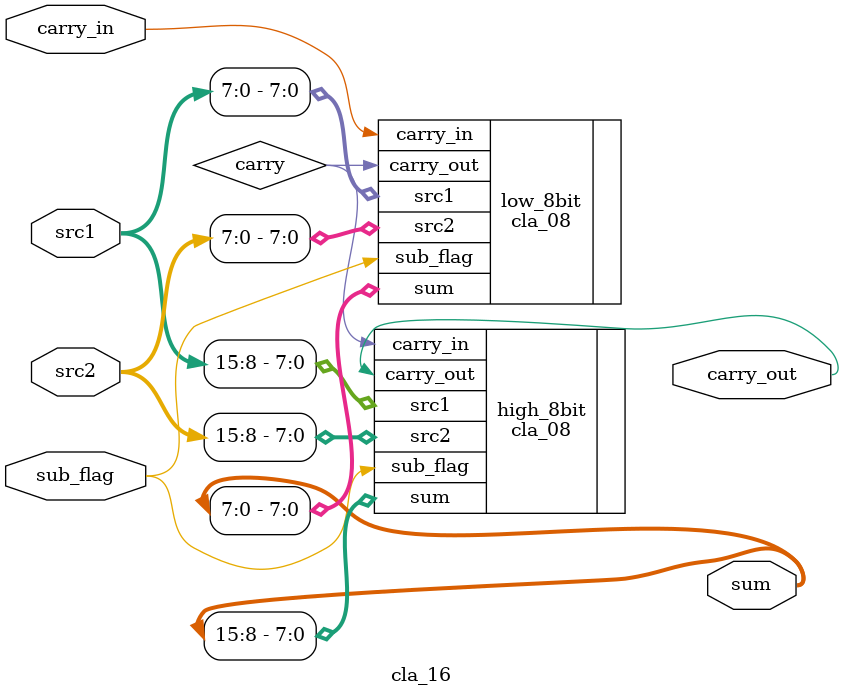
<source format=v>
module cla_16(
    input [15:0] src1,
    input [15:0] src2,
    input carry_in,
    input sub_flag,
    output [15:0] sum,
    output carry_out
);

    wire carry;

    cla_08 low_8bit(
        .src1       (src1[7:0]),
        .src2       (src2[7:0]),
        .carry_in   (carry_in),
        .sub_flag   (sub_flag),
        .sum        (sum[7:0]),
        .carry_out  (carry)
    );

    cla_08 high_8bit(
        .src1       (src1[15:8]),
        .src2       (src2[15:8]),
        .carry_in   (carry),
        .sub_flag   (sub_flag),
        .sum        (sum[15:8]),
        .carry_out  (carry_out)
    );
endmodule
</source>
